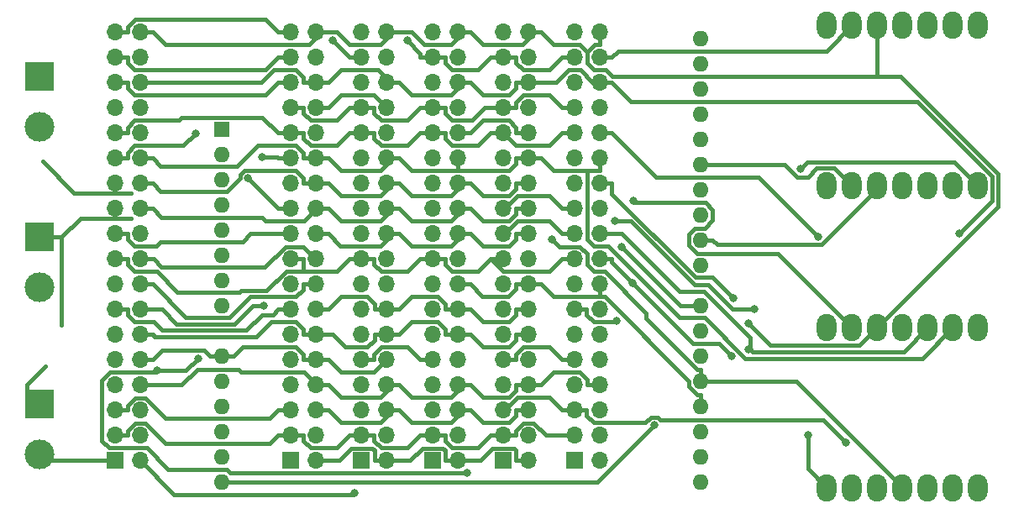
<source format=gbr>
%TF.GenerationSoftware,KiCad,Pcbnew,8.0.0-rc2-358-gd9abaa23a4*%
%TF.CreationDate,2024-02-08T22:48:48+01:00*%
%TF.ProjectId,xDuinoRail-Backplane-Arduino,78447569-6e6f-4526-9169-6c2d4261636b,rev?*%
%TF.SameCoordinates,Original*%
%TF.FileFunction,Copper,L1,Top*%
%TF.FilePolarity,Positive*%
%FSLAX46Y46*%
G04 Gerber Fmt 4.6, Leading zero omitted, Abs format (unit mm)*
G04 Created by KiCad (PCBNEW 8.0.0-rc2-358-gd9abaa23a4) date 2024-02-08 22:48:48*
%MOMM*%
%LPD*%
G01*
G04 APERTURE LIST*
G04 Aperture macros list*
%AMRoundRect*
0 Rectangle with rounded corners*
0 $1 Rounding radius*
0 $2 $3 $4 $5 $6 $7 $8 $9 X,Y pos of 4 corners*
0 Add a 4 corners polygon primitive as box body*
4,1,4,$2,$3,$4,$5,$6,$7,$8,$9,$2,$3,0*
0 Add four circle primitives for the rounded corners*
1,1,$1+$1,$2,$3*
1,1,$1+$1,$4,$5*
1,1,$1+$1,$6,$7*
1,1,$1+$1,$8,$9*
0 Add four rect primitives between the rounded corners*
20,1,$1+$1,$2,$3,$4,$5,0*
20,1,$1+$1,$4,$5,$6,$7,0*
20,1,$1+$1,$6,$7,$8,$9,0*
20,1,$1+$1,$8,$9,$2,$3,0*%
G04 Aperture macros list end*
%TA.AperFunction,ComponentPad*%
%ADD10R,3.000000X3.000000*%
%TD*%
%TA.AperFunction,ComponentPad*%
%ADD11C,3.000000*%
%TD*%
%TA.AperFunction,ComponentPad*%
%ADD12R,1.700000X1.700000*%
%TD*%
%TA.AperFunction,ComponentPad*%
%ADD13O,1.700000X1.700000*%
%TD*%
%TA.AperFunction,ComponentPad*%
%ADD14RoundRect,1.000000X0.000000X0.375000X0.000000X-0.375000X0.000000X-0.375000X0.000000X0.375000X0*%
%TD*%
%TA.AperFunction,ComponentPad*%
%ADD15R,1.600000X1.600000*%
%TD*%
%TA.AperFunction,ComponentPad*%
%ADD16O,1.600000X1.600000*%
%TD*%
%TA.AperFunction,ViaPad*%
%ADD17C,0.800000*%
%TD*%
%TA.AperFunction,Conductor*%
%ADD18C,0.400000*%
%TD*%
G04 APERTURE END LIST*
D10*
%TO.P,J110,1,Pin_1*%
%TO.N,/DCC1*%
X130810000Y-100330000D03*
D11*
%TO.P,J110,2,Pin_2*%
%TO.N,/TRACK1*%
X130810000Y-105410000D03*
%TD*%
D12*
%TO.P,J101,1,Pin_1*%
%TO.N,/TRACK1*%
X138430000Y-106045000D03*
D13*
%TO.P,J101,2,Pin_2*%
%TO.N,/RAILCOM1*%
X140970000Y-106045000D03*
%TO.P,J101,3,Pin_3*%
%TO.N,/TRACK0*%
X138430000Y-103505000D03*
%TO.P,J101,4,Pin_4*%
%TO.N,/RAILCOM0*%
X140970000Y-103505000D03*
%TO.P,J101,5,Pin_5*%
%TO.N,+5V*%
X138430000Y-100965000D03*
%TO.P,J101,6,Pin_6*%
%TO.N,/USB.DP*%
X140970000Y-100965000D03*
%TO.P,J101,7,Pin_7*%
%TO.N,GND*%
X138430000Y-98425000D03*
%TO.P,J101,8,Pin_8*%
%TO.N,/USB.DM*%
X140970000Y-98425000D03*
%TO.P,J101,9,Pin_9*%
%TO.N,VCC*%
X138430000Y-95885000D03*
%TO.P,J101,10,Pin_10*%
%TO.N,/SENSE*%
X140970000Y-95885000D03*
%TO.P,J101,11,Pin_11*%
%TO.N,GND*%
X138430000Y-93345000D03*
%TO.P,J101,12,Pin_12*%
%TO.N,/BRAKE*%
X140970000Y-93345000D03*
%TO.P,J101,13,Pin_13*%
%TO.N,+3V3*%
X138430000Y-90805000D03*
%TO.P,J101,14,Pin_14*%
%TO.N,/DIR*%
X140970000Y-90805000D03*
%TO.P,J101,15,Pin_15*%
%TO.N,GND*%
X138430000Y-88265000D03*
%TO.P,J101,16,Pin_16*%
%TO.N,/PWM*%
X140970000Y-88265000D03*
%TO.P,J101,17,Pin_17*%
%TO.N,/DCC1*%
X138430000Y-85725000D03*
%TO.P,J101,18,Pin_18*%
%TO.N,/RAILCOM*%
X140970000Y-85725000D03*
%TO.P,J101,19,Pin_19*%
%TO.N,/DCC0*%
X138430000Y-83185000D03*
%TO.P,J101,20,Pin_20*%
%TO.N,/DECODER*%
X140970000Y-83185000D03*
%TO.P,J101,21,Pin_21*%
%TO.N,+U*%
X138430000Y-80645000D03*
%TO.P,J101,22,Pin_22*%
%TO.N,/MOTOR0*%
X140970000Y-80645000D03*
%TO.P,J101,23,Pin_23*%
%TO.N,GND*%
X138430000Y-78105000D03*
%TO.P,J101,24,Pin_24*%
%TO.N,/MOTOR1*%
X140970000Y-78105000D03*
%TO.P,J101,25,Pin_25*%
%TO.N,/AMP_MOTOR0*%
X138430000Y-75565000D03*
%TO.P,J101,26,Pin_26*%
%TO.N,/BACK_EMF0*%
X140970000Y-75565000D03*
%TO.P,J101,27,Pin_27*%
%TO.N,/AMP_MOTOR1*%
X138430000Y-73025000D03*
%TO.P,J101,28,Pin_28*%
%TO.N,/BACK_EMF1*%
X140970000Y-73025000D03*
%TO.P,J101,29,Pin_29*%
%TO.N,/AMP_FUNC0_F*%
X138430000Y-70485000D03*
%TO.P,J101,30,Pin_30*%
%TO.N,/FUNC0_F*%
X140970000Y-70485000D03*
%TO.P,J101,31,Pin_31*%
%TO.N,/SPEAKER0*%
X138430000Y-67945000D03*
%TO.P,J101,32,Pin_32*%
%TO.N,/PCM*%
X140970000Y-67945000D03*
%TO.P,J101,33,Pin_33*%
%TO.N,/SPEAKER1*%
X138430000Y-65405000D03*
%TO.P,J101,34,Pin_34*%
%TO.N,/I2C.SCL*%
X140970000Y-65405000D03*
%TO.P,J101,35,Pin_35*%
%TO.N,+U*%
X138430000Y-62865000D03*
%TO.P,J101,36,Pin_36*%
%TO.N,/I2C.SDA*%
X140970000Y-62865000D03*
%TD*%
D14*
%TO.P,U101,1,A0*%
%TO.N,/PCM*%
X225425000Y-92649600D03*
%TO.P,U101,2,A1*%
%TO.N,/BACK_EMF0*%
X222885000Y-92649600D03*
%TO.P,U101,3,A2*%
%TO.N,/DECODER*%
X220345000Y-92649600D03*
%TO.P,U101,4,A3*%
%TO.N,/BACK_EMF1*%
X217805000Y-92649600D03*
%TO.P,U101,5,A4_SDA*%
%TO.N,/I2C.SDA*%
X215265000Y-92649600D03*
%TO.P,U101,6,A5_SCL*%
%TO.N,/I2C.SCL*%
X212725000Y-92649600D03*
%TO.P,U101,7,A6_TX*%
%TO.N,/FUNC0_B*%
X210185000Y-92649600D03*
%TO.P,U101,8,A7_RX*%
%TO.N,/FUNC0_F*%
X210185000Y-108814600D03*
%TO.P,U101,9,A8_SCK*%
%TO.N,/RAILCOM*%
X212725000Y-108814600D03*
%TO.P,U101,10,A9_MISO*%
%TO.N,/MOTOR1*%
X215265000Y-108814600D03*
%TO.P,U101,11,A10_MOSI*%
%TO.N,/MOTOR0*%
X217805000Y-108814600D03*
%TO.P,U101,12,3V3*%
%TO.N,+5V*%
X220345000Y-108814600D03*
%TO.P,U101,13,GND*%
%TO.N,GND*%
X222885000Y-108814600D03*
%TO.P,U101,14,5V*%
%TO.N,+3V3*%
X225425000Y-108814600D03*
%TD*%
D12*
%TO.P,J106,1,Pin_1*%
%TO.N,/TRACK1*%
X156133300Y-106045000D03*
D13*
%TO.P,J106,2,Pin_2*%
%TO.N,/RAILCOM1*%
X158673300Y-106045000D03*
%TO.P,J106,3,Pin_3*%
%TO.N,/TRACK0*%
X156133300Y-103505000D03*
%TO.P,J106,4,Pin_4*%
%TO.N,/RAILCOM0*%
X158673300Y-103505000D03*
%TO.P,J106,5,Pin_5*%
%TO.N,+5V*%
X156133300Y-100965000D03*
%TO.P,J106,6,Pin_6*%
%TO.N,/USB.DP*%
X158673300Y-100965000D03*
%TO.P,J106,7,Pin_7*%
%TO.N,GND*%
X156133300Y-98425000D03*
%TO.P,J106,8,Pin_8*%
%TO.N,/USB.DM*%
X158673300Y-98425000D03*
%TO.P,J106,9,Pin_9*%
%TO.N,VCC*%
X156133300Y-95885000D03*
%TO.P,J106,10,Pin_10*%
%TO.N,/SENSE*%
X158673300Y-95885000D03*
%TO.P,J106,11,Pin_11*%
%TO.N,GND*%
X156133300Y-93345000D03*
%TO.P,J106,12,Pin_12*%
%TO.N,/BRAKE*%
X158673300Y-93345000D03*
%TO.P,J106,13,Pin_13*%
%TO.N,+3V3*%
X156133300Y-90805000D03*
%TO.P,J106,14,Pin_14*%
%TO.N,/DIR*%
X158673300Y-90805000D03*
%TO.P,J106,15,Pin_15*%
%TO.N,GND*%
X156133300Y-88265000D03*
%TO.P,J106,16,Pin_16*%
%TO.N,/PWM*%
X158673300Y-88265000D03*
%TO.P,J106,17,Pin_17*%
%TO.N,/DCC1*%
X156133300Y-85725000D03*
%TO.P,J106,18,Pin_18*%
%TO.N,/RAILCOM*%
X158673300Y-85725000D03*
%TO.P,J106,19,Pin_19*%
%TO.N,/DCC0*%
X156133300Y-83185000D03*
%TO.P,J106,20,Pin_20*%
%TO.N,/DECODER*%
X158673300Y-83185000D03*
%TO.P,J106,21,Pin_21*%
%TO.N,+U*%
X156133300Y-80645000D03*
%TO.P,J106,22,Pin_22*%
%TO.N,/MOTOR0*%
X158673300Y-80645000D03*
%TO.P,J106,23,Pin_23*%
%TO.N,GND*%
X156133300Y-78105000D03*
%TO.P,J106,24,Pin_24*%
%TO.N,/MOTOR1*%
X158673300Y-78105000D03*
%TO.P,J106,25,Pin_25*%
%TO.N,/AMP_MOTOR0*%
X156133300Y-75565000D03*
%TO.P,J106,26,Pin_26*%
%TO.N,/BACK_EMF0*%
X158673300Y-75565000D03*
%TO.P,J106,27,Pin_27*%
%TO.N,/AMP_MOTOR1*%
X156133300Y-73025000D03*
%TO.P,J106,28,Pin_28*%
%TO.N,/BACK_EMF1*%
X158673300Y-73025000D03*
%TO.P,J106,29,Pin_29*%
%TO.N,/AMP_FUNC0_F*%
X156133300Y-70485000D03*
%TO.P,J106,30,Pin_30*%
%TO.N,/FUNC0_F*%
X158673300Y-70485000D03*
%TO.P,J106,31,Pin_31*%
%TO.N,/SPEAKER0*%
X156133300Y-67945000D03*
%TO.P,J106,32,Pin_32*%
%TO.N,/PCM*%
X158673300Y-67945000D03*
%TO.P,J106,33,Pin_33*%
%TO.N,/SPEAKER1*%
X156133300Y-65405000D03*
%TO.P,J106,34,Pin_34*%
%TO.N,/I2C.SCL*%
X158673300Y-65405000D03*
%TO.P,J106,35,Pin_35*%
%TO.N,+U*%
X156133300Y-62865000D03*
%TO.P,J106,36,Pin_36*%
%TO.N,/I2C.SDA*%
X158673300Y-62865000D03*
%TD*%
D12*
%TO.P,J105,1,Pin_1*%
%TO.N,/TRACK1*%
X163283300Y-106045000D03*
D13*
%TO.P,J105,2,Pin_2*%
%TO.N,/RAILCOM1*%
X165823300Y-106045000D03*
%TO.P,J105,3,Pin_3*%
%TO.N,/TRACK0*%
X163283300Y-103505000D03*
%TO.P,J105,4,Pin_4*%
%TO.N,/RAILCOM0*%
X165823300Y-103505000D03*
%TO.P,J105,5,Pin_5*%
%TO.N,+5V*%
X163283300Y-100965000D03*
%TO.P,J105,6,Pin_6*%
%TO.N,/USB.DP*%
X165823300Y-100965000D03*
%TO.P,J105,7,Pin_7*%
%TO.N,GND*%
X163283300Y-98425000D03*
%TO.P,J105,8,Pin_8*%
%TO.N,/USB.DM*%
X165823300Y-98425000D03*
%TO.P,J105,9,Pin_9*%
%TO.N,VCC*%
X163283300Y-95885000D03*
%TO.P,J105,10,Pin_10*%
%TO.N,/SENSE*%
X165823300Y-95885000D03*
%TO.P,J105,11,Pin_11*%
%TO.N,GND*%
X163283300Y-93345000D03*
%TO.P,J105,12,Pin_12*%
%TO.N,/BRAKE*%
X165823300Y-93345000D03*
%TO.P,J105,13,Pin_13*%
%TO.N,+3V3*%
X163283300Y-90805000D03*
%TO.P,J105,14,Pin_14*%
%TO.N,/DIR*%
X165823300Y-90805000D03*
%TO.P,J105,15,Pin_15*%
%TO.N,GND*%
X163283300Y-88265000D03*
%TO.P,J105,16,Pin_16*%
%TO.N,/PWM*%
X165823300Y-88265000D03*
%TO.P,J105,17,Pin_17*%
%TO.N,/DCC1*%
X163283300Y-85725000D03*
%TO.P,J105,18,Pin_18*%
%TO.N,/RAILCOM*%
X165823300Y-85725000D03*
%TO.P,J105,19,Pin_19*%
%TO.N,/DCC0*%
X163283300Y-83185000D03*
%TO.P,J105,20,Pin_20*%
%TO.N,/DECODER*%
X165823300Y-83185000D03*
%TO.P,J105,21,Pin_21*%
%TO.N,+U*%
X163283300Y-80645000D03*
%TO.P,J105,22,Pin_22*%
%TO.N,/MOTOR0*%
X165823300Y-80645000D03*
%TO.P,J105,23,Pin_23*%
%TO.N,GND*%
X163283300Y-78105000D03*
%TO.P,J105,24,Pin_24*%
%TO.N,/MOTOR1*%
X165823300Y-78105000D03*
%TO.P,J105,25,Pin_25*%
%TO.N,/AMP_MOTOR0*%
X163283300Y-75565000D03*
%TO.P,J105,26,Pin_26*%
%TO.N,/BACK_EMF0*%
X165823300Y-75565000D03*
%TO.P,J105,27,Pin_27*%
%TO.N,/AMP_MOTOR1*%
X163283300Y-73025000D03*
%TO.P,J105,28,Pin_28*%
%TO.N,/BACK_EMF1*%
X165823300Y-73025000D03*
%TO.P,J105,29,Pin_29*%
%TO.N,/AMP_FUNC0_F*%
X163283300Y-70485000D03*
%TO.P,J105,30,Pin_30*%
%TO.N,/FUNC0_F*%
X165823300Y-70485000D03*
%TO.P,J105,31,Pin_31*%
%TO.N,/SPEAKER0*%
X163283300Y-67945000D03*
%TO.P,J105,32,Pin_32*%
%TO.N,/PCM*%
X165823300Y-67945000D03*
%TO.P,J105,33,Pin_33*%
%TO.N,/SPEAKER1*%
X163283300Y-65405000D03*
%TO.P,J105,34,Pin_34*%
%TO.N,/I2C.SCL*%
X165823300Y-65405000D03*
%TO.P,J105,35,Pin_35*%
%TO.N,+U*%
X163283300Y-62865000D03*
%TO.P,J105,36,Pin_36*%
%TO.N,/I2C.SDA*%
X165823300Y-62865000D03*
%TD*%
D10*
%TO.P,J108,1,Pin_1*%
%TO.N,/DCC1*%
X130810000Y-67310000D03*
D11*
%TO.P,J108,2,Pin_2*%
%TO.N,/DCC0*%
X130810000Y-72390000D03*
%TD*%
D12*
%TO.P,J104,1,Pin_1*%
%TO.N,/TRACK1*%
X170433300Y-106045000D03*
D13*
%TO.P,J104,2,Pin_2*%
%TO.N,/RAILCOM1*%
X172973300Y-106045000D03*
%TO.P,J104,3,Pin_3*%
%TO.N,/TRACK0*%
X170433300Y-103505000D03*
%TO.P,J104,4,Pin_4*%
%TO.N,/RAILCOM0*%
X172973300Y-103505000D03*
%TO.P,J104,5,Pin_5*%
%TO.N,+5V*%
X170433300Y-100965000D03*
%TO.P,J104,6,Pin_6*%
%TO.N,/USB.DP*%
X172973300Y-100965000D03*
%TO.P,J104,7,Pin_7*%
%TO.N,GND*%
X170433300Y-98425000D03*
%TO.P,J104,8,Pin_8*%
%TO.N,/USB.DM*%
X172973300Y-98425000D03*
%TO.P,J104,9,Pin_9*%
%TO.N,VCC*%
X170433300Y-95885000D03*
%TO.P,J104,10,Pin_10*%
%TO.N,/SENSE*%
X172973300Y-95885000D03*
%TO.P,J104,11,Pin_11*%
%TO.N,GND*%
X170433300Y-93345000D03*
%TO.P,J104,12,Pin_12*%
%TO.N,/BRAKE*%
X172973300Y-93345000D03*
%TO.P,J104,13,Pin_13*%
%TO.N,+3V3*%
X170433300Y-90805000D03*
%TO.P,J104,14,Pin_14*%
%TO.N,/DIR*%
X172973300Y-90805000D03*
%TO.P,J104,15,Pin_15*%
%TO.N,GND*%
X170433300Y-88265000D03*
%TO.P,J104,16,Pin_16*%
%TO.N,/PWM*%
X172973300Y-88265000D03*
%TO.P,J104,17,Pin_17*%
%TO.N,/DCC1*%
X170433300Y-85725000D03*
%TO.P,J104,18,Pin_18*%
%TO.N,/RAILCOM*%
X172973300Y-85725000D03*
%TO.P,J104,19,Pin_19*%
%TO.N,/DCC0*%
X170433300Y-83185000D03*
%TO.P,J104,20,Pin_20*%
%TO.N,/DECODER*%
X172973300Y-83185000D03*
%TO.P,J104,21,Pin_21*%
%TO.N,+U*%
X170433300Y-80645000D03*
%TO.P,J104,22,Pin_22*%
%TO.N,/MOTOR0*%
X172973300Y-80645000D03*
%TO.P,J104,23,Pin_23*%
%TO.N,GND*%
X170433300Y-78105000D03*
%TO.P,J104,24,Pin_24*%
%TO.N,/MOTOR1*%
X172973300Y-78105000D03*
%TO.P,J104,25,Pin_25*%
%TO.N,/AMP_MOTOR0*%
X170433300Y-75565000D03*
%TO.P,J104,26,Pin_26*%
%TO.N,/BACK_EMF0*%
X172973300Y-75565000D03*
%TO.P,J104,27,Pin_27*%
%TO.N,/AMP_MOTOR1*%
X170433300Y-73025000D03*
%TO.P,J104,28,Pin_28*%
%TO.N,/BACK_EMF1*%
X172973300Y-73025000D03*
%TO.P,J104,29,Pin_29*%
%TO.N,/AMP_FUNC0_F*%
X170433300Y-70485000D03*
%TO.P,J104,30,Pin_30*%
%TO.N,/FUNC0_F*%
X172973300Y-70485000D03*
%TO.P,J104,31,Pin_31*%
%TO.N,/SPEAKER0*%
X170433300Y-67945000D03*
%TO.P,J104,32,Pin_32*%
%TO.N,/PCM*%
X172973300Y-67945000D03*
%TO.P,J104,33,Pin_33*%
%TO.N,/SPEAKER1*%
X170433300Y-65405000D03*
%TO.P,J104,34,Pin_34*%
%TO.N,/I2C.SCL*%
X172973300Y-65405000D03*
%TO.P,J104,35,Pin_35*%
%TO.N,+U*%
X170433300Y-62865000D03*
%TO.P,J104,36,Pin_36*%
%TO.N,/I2C.SDA*%
X172973300Y-62865000D03*
%TD*%
D12*
%TO.P,J102,1,Pin_1*%
%TO.N,/TRACK1*%
X184733300Y-106045000D03*
D13*
%TO.P,J102,2,Pin_2*%
%TO.N,/RAILCOM1*%
X187273300Y-106045000D03*
%TO.P,J102,3,Pin_3*%
%TO.N,/TRACK0*%
X184733300Y-103505000D03*
%TO.P,J102,4,Pin_4*%
%TO.N,/RAILCOM0*%
X187273300Y-103505000D03*
%TO.P,J102,5,Pin_5*%
%TO.N,+5V*%
X184733300Y-100965000D03*
%TO.P,J102,6,Pin_6*%
%TO.N,/USB.DP*%
X187273300Y-100965000D03*
%TO.P,J102,7,Pin_7*%
%TO.N,GND*%
X184733300Y-98425000D03*
%TO.P,J102,8,Pin_8*%
%TO.N,/USB.DM*%
X187273300Y-98425000D03*
%TO.P,J102,9,Pin_9*%
%TO.N,VCC*%
X184733300Y-95885000D03*
%TO.P,J102,10,Pin_10*%
%TO.N,/SENSE*%
X187273300Y-95885000D03*
%TO.P,J102,11,Pin_11*%
%TO.N,GND*%
X184733300Y-93345000D03*
%TO.P,J102,12,Pin_12*%
%TO.N,/BRAKE*%
X187273300Y-93345000D03*
%TO.P,J102,13,Pin_13*%
%TO.N,+3V3*%
X184733300Y-90805000D03*
%TO.P,J102,14,Pin_14*%
%TO.N,/DIR*%
X187273300Y-90805000D03*
%TO.P,J102,15,Pin_15*%
%TO.N,GND*%
X184733300Y-88265000D03*
%TO.P,J102,16,Pin_16*%
%TO.N,/PWM*%
X187273300Y-88265000D03*
%TO.P,J102,17,Pin_17*%
%TO.N,/DCC1*%
X184733300Y-85725000D03*
%TO.P,J102,18,Pin_18*%
%TO.N,/RAILCOM*%
X187273300Y-85725000D03*
%TO.P,J102,19,Pin_19*%
%TO.N,/DCC0*%
X184733300Y-83185000D03*
%TO.P,J102,20,Pin_20*%
%TO.N,/DECODER*%
X187273300Y-83185000D03*
%TO.P,J102,21,Pin_21*%
%TO.N,+U*%
X184733300Y-80645000D03*
%TO.P,J102,22,Pin_22*%
%TO.N,/MOTOR0*%
X187273300Y-80645000D03*
%TO.P,J102,23,Pin_23*%
%TO.N,GND*%
X184733300Y-78105000D03*
%TO.P,J102,24,Pin_24*%
%TO.N,/MOTOR1*%
X187273300Y-78105000D03*
%TO.P,J102,25,Pin_25*%
%TO.N,/AMP_MOTOR0*%
X184733300Y-75565000D03*
%TO.P,J102,26,Pin_26*%
%TO.N,/BACK_EMF0*%
X187273300Y-75565000D03*
%TO.P,J102,27,Pin_27*%
%TO.N,/AMP_MOTOR1*%
X184733300Y-73025000D03*
%TO.P,J102,28,Pin_28*%
%TO.N,/BACK_EMF1*%
X187273300Y-73025000D03*
%TO.P,J102,29,Pin_29*%
%TO.N,/AMP_FUNC0_F*%
X184733300Y-70485000D03*
%TO.P,J102,30,Pin_30*%
%TO.N,/FUNC0_F*%
X187273300Y-70485000D03*
%TO.P,J102,31,Pin_31*%
%TO.N,/SPEAKER0*%
X184733300Y-67945000D03*
%TO.P,J102,32,Pin_32*%
%TO.N,/PCM*%
X187273300Y-67945000D03*
%TO.P,J102,33,Pin_33*%
%TO.N,/SPEAKER1*%
X184733300Y-65405000D03*
%TO.P,J102,34,Pin_34*%
%TO.N,/I2C.SCL*%
X187273300Y-65405000D03*
%TO.P,J102,35,Pin_35*%
%TO.N,+U*%
X184733300Y-62865000D03*
%TO.P,J102,36,Pin_36*%
%TO.N,/I2C.SDA*%
X187273300Y-62865000D03*
%TD*%
D12*
%TO.P,J103,1,Pin_1*%
%TO.N,/TRACK1*%
X177583300Y-106045000D03*
D13*
%TO.P,J103,2,Pin_2*%
%TO.N,/RAILCOM1*%
X180123300Y-106045000D03*
%TO.P,J103,3,Pin_3*%
%TO.N,/TRACK0*%
X177583300Y-103505000D03*
%TO.P,J103,4,Pin_4*%
%TO.N,/RAILCOM0*%
X180123300Y-103505000D03*
%TO.P,J103,5,Pin_5*%
%TO.N,+5V*%
X177583300Y-100965000D03*
%TO.P,J103,6,Pin_6*%
%TO.N,/USB.DP*%
X180123300Y-100965000D03*
%TO.P,J103,7,Pin_7*%
%TO.N,GND*%
X177583300Y-98425000D03*
%TO.P,J103,8,Pin_8*%
%TO.N,/USB.DM*%
X180123300Y-98425000D03*
%TO.P,J103,9,Pin_9*%
%TO.N,VCC*%
X177583300Y-95885000D03*
%TO.P,J103,10,Pin_10*%
%TO.N,/SENSE*%
X180123300Y-95885000D03*
%TO.P,J103,11,Pin_11*%
%TO.N,GND*%
X177583300Y-93345000D03*
%TO.P,J103,12,Pin_12*%
%TO.N,/BRAKE*%
X180123300Y-93345000D03*
%TO.P,J103,13,Pin_13*%
%TO.N,+3V3*%
X177583300Y-90805000D03*
%TO.P,J103,14,Pin_14*%
%TO.N,/DIR*%
X180123300Y-90805000D03*
%TO.P,J103,15,Pin_15*%
%TO.N,GND*%
X177583300Y-88265000D03*
%TO.P,J103,16,Pin_16*%
%TO.N,/PWM*%
X180123300Y-88265000D03*
%TO.P,J103,17,Pin_17*%
%TO.N,/DCC1*%
X177583300Y-85725000D03*
%TO.P,J103,18,Pin_18*%
%TO.N,/RAILCOM*%
X180123300Y-85725000D03*
%TO.P,J103,19,Pin_19*%
%TO.N,/DCC0*%
X177583300Y-83185000D03*
%TO.P,J103,20,Pin_20*%
%TO.N,/DECODER*%
X180123300Y-83185000D03*
%TO.P,J103,21,Pin_21*%
%TO.N,+U*%
X177583300Y-80645000D03*
%TO.P,J103,22,Pin_22*%
%TO.N,/MOTOR0*%
X180123300Y-80645000D03*
%TO.P,J103,23,Pin_23*%
%TO.N,GND*%
X177583300Y-78105000D03*
%TO.P,J103,24,Pin_24*%
%TO.N,/MOTOR1*%
X180123300Y-78105000D03*
%TO.P,J103,25,Pin_25*%
%TO.N,/AMP_MOTOR0*%
X177583300Y-75565000D03*
%TO.P,J103,26,Pin_26*%
%TO.N,/BACK_EMF0*%
X180123300Y-75565000D03*
%TO.P,J103,27,Pin_27*%
%TO.N,/AMP_MOTOR1*%
X177583300Y-73025000D03*
%TO.P,J103,28,Pin_28*%
%TO.N,/BACK_EMF1*%
X180123300Y-73025000D03*
%TO.P,J103,29,Pin_29*%
%TO.N,/AMP_FUNC0_F*%
X177583300Y-70485000D03*
%TO.P,J103,30,Pin_30*%
%TO.N,/FUNC0_F*%
X180123300Y-70485000D03*
%TO.P,J103,31,Pin_31*%
%TO.N,/SPEAKER0*%
X177583300Y-67945000D03*
%TO.P,J103,32,Pin_32*%
%TO.N,/PCM*%
X180123300Y-67945000D03*
%TO.P,J103,33,Pin_33*%
%TO.N,/SPEAKER1*%
X177583300Y-65405000D03*
%TO.P,J103,34,Pin_34*%
%TO.N,/I2C.SCL*%
X180123300Y-65405000D03*
%TO.P,J103,35,Pin_35*%
%TO.N,+U*%
X177583300Y-62865000D03*
%TO.P,J103,36,Pin_36*%
%TO.N,/I2C.SDA*%
X180123300Y-62865000D03*
%TD*%
D14*
%TO.P,U102,1,A0*%
%TO.N,unconnected-(U102-A0-Pad1)*%
X225425000Y-62169600D03*
%TO.P,U102,2,A1*%
%TO.N,/SENSE*%
X222885000Y-62169600D03*
%TO.P,U102,3,A2*%
%TO.N,unconnected-(U102-A2-Pad3)*%
X220345000Y-62169600D03*
%TO.P,U102,4,A3*%
%TO.N,/PWM*%
X217805000Y-62169600D03*
%TO.P,U102,5,A4_SDA*%
%TO.N,/I2C.SDA*%
X215265000Y-62169600D03*
%TO.P,U102,6,A5_SCL*%
%TO.N,/I2C.SCL*%
X212725000Y-62169600D03*
%TO.P,U102,7,A6_TX*%
%TO.N,/RAILCOM0*%
X210185000Y-62169600D03*
%TO.P,U102,8,A7_RX*%
%TO.N,/RAILCOM1*%
X210185000Y-78334600D03*
%TO.P,U102,9,A8_SCK*%
%TO.N,/DIR*%
X212725000Y-78334600D03*
%TO.P,U102,10,A9_MISO*%
%TO.N,/BRAKE*%
X215265000Y-78334600D03*
%TO.P,U102,11,A10_MOSI*%
%TO.N,unconnected-(U102-A10_MOSI-Pad11)*%
X217805000Y-78334600D03*
%TO.P,U102,12,3V3*%
%TO.N,+5V*%
X220345000Y-78334600D03*
%TO.P,U102,13,GND*%
%TO.N,GND*%
X222885000Y-78334600D03*
%TO.P,U102,14,5V*%
%TO.N,+3V3*%
X225425000Y-78334600D03*
%TD*%
D10*
%TO.P,J109,1,Pin_1*%
%TO.N,/DCC1*%
X130810000Y-83502500D03*
D11*
%TO.P,J109,2,Pin_2*%
%TO.N,/TRACK0*%
X130810000Y-88582500D03*
%TD*%
D15*
%TO.P,A101,1,NC*%
%TO.N,unconnected-(A101-NC-Pad1)*%
X149225000Y-72640000D03*
D16*
%TO.P,A101,2,IOREF*%
%TO.N,unconnected-(A101-IOREF-Pad2)*%
X149225000Y-75180000D03*
%TO.P,A101,3,~{RESET}*%
%TO.N,unconnected-(A101-~{RESET}-Pad3)*%
X149225000Y-77720000D03*
%TO.P,A101,4,3V3*%
%TO.N,+3V3*%
X149225000Y-80260000D03*
%TO.P,A101,5,+5V*%
%TO.N,+5V*%
X149225000Y-82800000D03*
%TO.P,A101,6,GND*%
%TO.N,GND*%
X149225000Y-85340000D03*
%TO.P,A101,7,GND*%
X149225000Y-87880000D03*
%TO.P,A101,8,VIN*%
%TO.N,VCC*%
X149225000Y-90420000D03*
%TO.P,A101,9,A0*%
%TO.N,/SENSE*%
X149225000Y-95500000D03*
%TO.P,A101,10,A1*%
%TO.N,/BACK_EMF0*%
X149225000Y-98040000D03*
%TO.P,A101,11,A2*%
%TO.N,/BACK_EMF1*%
X149225000Y-100580000D03*
%TO.P,A101,12,A3*%
%TO.N,/DECODER*%
X149225000Y-103120000D03*
%TO.P,A101,13,SDA/A4*%
%TO.N,/I2C.SCL*%
X149225000Y-105660000D03*
%TO.P,A101,14,SCL/A5*%
%TO.N,/I2C.SDA*%
X149225000Y-108200000D03*
%TO.P,A101,15,D0/RX*%
%TO.N,unconnected-(A101-D0{slash}RX-Pad15)*%
X197485000Y-108200000D03*
%TO.P,A101,16,D1/TX*%
%TO.N,unconnected-(A101-D1{slash}TX-Pad16)*%
X197485000Y-105660000D03*
%TO.P,A101,17,D2*%
%TO.N,unconnected-(A101-D2-Pad17)*%
X197485000Y-103120000D03*
%TO.P,A101,18,D3*%
%TO.N,/PWM*%
X197485000Y-100580000D03*
%TO.P,A101,19,D4*%
%TO.N,/MOTOR0*%
X197485000Y-98040000D03*
%TO.P,A101,20,D5*%
%TO.N,/MOTOR1*%
X197485000Y-95500000D03*
%TO.P,A101,21,D6*%
%TO.N,/RAILCOM1*%
X197485000Y-92960000D03*
%TO.P,A101,22,D7*%
%TO.N,/RAILCOM0*%
X197485000Y-90420000D03*
%TO.P,A101,23,D8*%
%TO.N,unconnected-(A101-D8-Pad23)*%
X197485000Y-86360000D03*
%TO.P,A101,24,D9*%
%TO.N,/BRAKE*%
X197485000Y-83820000D03*
%TO.P,A101,25,D10*%
%TO.N,/RAILCOM*%
X197485000Y-81280000D03*
%TO.P,A101,26,D11*%
%TO.N,unconnected-(A101-D11-Pad26)*%
X197485000Y-78740000D03*
%TO.P,A101,27,D12*%
%TO.N,/DIR*%
X197485000Y-76200000D03*
%TO.P,A101,28,D13*%
%TO.N,unconnected-(A101-D13-Pad28)*%
X197485000Y-73660000D03*
%TO.P,A101,29,GND*%
%TO.N,GND*%
X197485000Y-71120000D03*
%TO.P,A101,30,AREF*%
%TO.N,unconnected-(A101-AREF-Pad30)*%
X197485000Y-68580000D03*
%TO.P,A101,31,SDA/A4*%
%TO.N,unconnected-(A101-SDA{slash}A4-Pad31)*%
X197485000Y-66040000D03*
%TO.P,A101,32,SCL/A5*%
%TO.N,unconnected-(A101-SCL{slash}A5-Pad32)*%
X197485000Y-63500000D03*
%TD*%
D17*
%TO.N,/MOTOR1*%
X200739000Y-89679000D03*
%TO.N,/DIR*%
X153427000Y-90451700D03*
%TO.N,/I2C.SDA*%
X192805000Y-102475800D03*
X202274000Y-92247100D03*
%TO.N,/RAILCOM0*%
X189523200Y-84537400D03*
%TO.N,/RAILCOM*%
X200585600Y-95465700D03*
X190618200Y-88146800D03*
%TO.N,/MOTOR0*%
X182507600Y-83717000D03*
%TO.N,/DECODER*%
X202329600Y-94871700D03*
X142687400Y-96972200D03*
X146815400Y-95742900D03*
X173929100Y-107297600D03*
%TO.N,/I2C.SCL*%
X190730300Y-79871000D03*
%TO.N,/RAILCOM1*%
X162544800Y-109323500D03*
%TO.N,/BACK_EMF1*%
X209348800Y-83472900D03*
%TO.N,+U*%
X151855100Y-77580700D03*
%TO.N,/FUNC0_F*%
X202848100Y-90733100D03*
X188861400Y-81915000D03*
X208258800Y-103492900D03*
%TO.N,/AMP_MOTOR0*%
X146558200Y-73033400D03*
X153271100Y-75465300D03*
%TO.N,/SPEAKER1*%
X167885100Y-63709700D03*
X160336900Y-63710600D03*
%TO.N,/PCM*%
X223501700Y-83187800D03*
%TO.N,+5V*%
X212112800Y-104188200D03*
%TO.N,+3V3*%
X189024400Y-91966200D03*
X207540700Y-76654600D03*
%TD*%
D18*
%TO.N,/MOTOR1*%
X172329200Y-79375000D02*
X168345000Y-79375000D01*
X178871600Y-78105000D02*
X178871600Y-78652600D01*
X188525000Y-79135100D02*
X188525000Y-78105000D01*
X157421600Y-77586300D02*
X157421600Y-78105000D01*
X166449200Y-78105000D02*
X167075000Y-78105000D01*
X172973300Y-78105000D02*
X173599200Y-78105000D01*
X151053400Y-77248800D02*
X151523200Y-76779000D01*
X161195000Y-79375000D02*
X159925000Y-78105000D01*
X152988700Y-76779000D02*
X153044700Y-76835000D01*
X165823300Y-78105000D02*
X166449200Y-78105000D01*
X158673300Y-78105000D02*
X159925000Y-78105000D01*
X175495000Y-79375000D02*
X174225000Y-78105000D01*
X143038400Y-78921700D02*
X149722800Y-78921700D01*
X173599200Y-78105000D02*
X174225000Y-78105000D01*
X142221700Y-78105000D02*
X143038400Y-78921700D01*
X173599200Y-78105000D02*
X172329200Y-79375000D01*
X158673300Y-78105000D02*
X157421600Y-78105000D01*
X198621700Y-87561700D02*
X196951600Y-87561700D01*
X187273300Y-78105000D02*
X188525000Y-78105000D01*
X178149200Y-79375000D02*
X175495000Y-79375000D01*
X168345000Y-79375000D02*
X167075000Y-78105000D01*
X165179200Y-79375000D02*
X161195000Y-79375000D01*
X151523200Y-76779000D02*
X152988700Y-76779000D01*
X180123300Y-78105000D02*
X178871600Y-78105000D01*
X156670300Y-76835000D02*
X157421600Y-77586300D01*
X200739000Y-89679000D02*
X198621700Y-87561700D01*
X178871600Y-78652600D02*
X178149200Y-79375000D01*
X151053400Y-77591100D02*
X151053400Y-77248800D01*
X153044700Y-76835000D02*
X156670300Y-76835000D01*
X166449200Y-78105000D02*
X165179200Y-79375000D01*
X149722800Y-78921700D02*
X151053400Y-77591100D01*
X196951600Y-87561700D02*
X188525000Y-79135100D01*
X140970000Y-78105000D02*
X142221700Y-78105000D01*
%TO.N,/DIR*%
X172973300Y-90805000D02*
X174225000Y-90805000D01*
X144670100Y-92251200D02*
X143223900Y-90805000D01*
X197485000Y-76200000D02*
X205890500Y-76200000D01*
X205890500Y-76200000D02*
X207166900Y-77476400D01*
X150504500Y-92251200D02*
X144670100Y-92251200D01*
X178871600Y-90805000D02*
X178871600Y-91352600D01*
X168345000Y-89535000D02*
X167075000Y-90805000D01*
X208266300Y-77476400D02*
X209188600Y-76554100D01*
X153427000Y-90451700D02*
X152304000Y-90451700D01*
X165823300Y-90805000D02*
X164571600Y-90805000D01*
X180123300Y-90805000D02*
X178871600Y-90805000D01*
X158673300Y-90805000D02*
X159925000Y-90805000D01*
X143223900Y-90805000D02*
X140970000Y-90805000D01*
X164571600Y-90257400D02*
X163849200Y-89535000D01*
X161195000Y-89535000D02*
X159925000Y-90805000D01*
X207166900Y-77476400D02*
X208266300Y-77476400D01*
X178149200Y-92075000D02*
X175495000Y-92075000D01*
X175495000Y-92075000D02*
X174225000Y-90805000D01*
X166449200Y-90805000D02*
X167075000Y-90805000D01*
X170999200Y-89535000D02*
X168345000Y-89535000D01*
X172973300Y-90805000D02*
X171721600Y-90805000D01*
X178871600Y-91352600D02*
X178149200Y-92075000D01*
X171721600Y-90805000D02*
X171721600Y-90257400D01*
X166449200Y-90805000D02*
X165823300Y-90805000D01*
X210944500Y-76554100D02*
X212725000Y-78334600D01*
X163849200Y-89535000D02*
X161195000Y-89535000D01*
X209188600Y-76554100D02*
X210944500Y-76554100D01*
X164571600Y-90805000D02*
X164571600Y-90257400D01*
X171721600Y-90257400D02*
X170999200Y-89535000D01*
X152304000Y-90451700D02*
X150504500Y-92251200D01*
%TO.N,/BRAKE*%
X168345000Y-92075000D02*
X170970300Y-92075000D01*
X165197500Y-93345000D02*
X165823300Y-93345000D01*
X140970000Y-93345000D02*
X142221700Y-93345000D01*
X142221700Y-93345000D02*
X142406500Y-93529800D01*
X197485000Y-83820000D02*
X198686700Y-83820000D01*
X199141300Y-84274600D02*
X209680800Y-84274600D01*
X215265000Y-78690400D02*
X215265000Y-78334600D01*
X178148600Y-94615000D02*
X175495000Y-94615000D01*
X152716300Y-93529800D02*
X154171100Y-92075000D01*
X172973300Y-93345000D02*
X174225000Y-93345000D01*
X170970300Y-92075000D02*
X171721600Y-92826300D01*
X164571600Y-93899000D02*
X163855600Y-94615000D01*
X180123300Y-93345000D02*
X178871600Y-93345000D01*
X161616200Y-94615000D02*
X160346200Y-93345000D01*
X154171100Y-92075000D02*
X156670300Y-92075000D01*
X167075000Y-93345000D02*
X168345000Y-92075000D01*
X156670300Y-92075000D02*
X157421600Y-92826300D01*
X164571600Y-93345000D02*
X164571600Y-93899000D01*
X160346200Y-93345000D02*
X159925000Y-93345000D01*
X209680800Y-84274600D02*
X215265000Y-78690400D01*
X157421600Y-92826300D02*
X157421600Y-93345000D01*
X165823300Y-93345000D02*
X167075000Y-93345000D01*
X163855600Y-94615000D02*
X161616200Y-94615000D01*
X171721600Y-92826300D02*
X171721600Y-93345000D01*
X158673300Y-93345000D02*
X157421600Y-93345000D01*
X178871600Y-93892000D02*
X178148600Y-94615000D01*
X198686700Y-83820000D02*
X199141300Y-84274600D01*
X158673300Y-93345000D02*
X159925000Y-93345000D01*
X165197500Y-93345000D02*
X164571600Y-93345000D01*
X142406500Y-93529800D02*
X152716300Y-93529800D01*
X178871600Y-93345000D02*
X178871600Y-93892000D01*
X172973300Y-93345000D02*
X171721600Y-93345000D01*
X175495000Y-94615000D02*
X174225000Y-93345000D01*
%TO.N,/PWM*%
X178871600Y-88265000D02*
X178871600Y-88746900D01*
X152050600Y-89535000D02*
X149963800Y-91621800D01*
X187253500Y-89535000D02*
X182645000Y-89535000D01*
X156670300Y-89535000D02*
X152050600Y-89535000D01*
X178101800Y-89516700D02*
X175476700Y-89516700D01*
X158673300Y-88265000D02*
X157421600Y-88265000D01*
X149963800Y-91621800D02*
X145578500Y-91621800D01*
X197485000Y-100580000D02*
X197485000Y-99378300D01*
X197109400Y-99378300D02*
X196283300Y-98552200D01*
X182645000Y-89535000D02*
X181375000Y-88265000D01*
X140970000Y-88265000D02*
X142221700Y-88265000D01*
X187273300Y-89365800D02*
X187273300Y-89515200D01*
X180123300Y-88265000D02*
X181375000Y-88265000D01*
X145578500Y-91621800D02*
X142221700Y-88265000D01*
X187273300Y-89515200D02*
X187253500Y-89535000D01*
X196283300Y-98015000D02*
X187783500Y-89515200D01*
X197485000Y-99378300D02*
X197109400Y-99378300D01*
X157421600Y-88265000D02*
X157421600Y-88783700D01*
X175476700Y-89516700D02*
X174225000Y-88265000D01*
X180123300Y-88265000D02*
X178871600Y-88265000D01*
X187783500Y-89515200D02*
X187273300Y-89515200D01*
X157421600Y-88783700D02*
X156670300Y-89535000D01*
X187273300Y-88265000D02*
X187273300Y-89365800D01*
X178871600Y-88746900D02*
X178101800Y-89516700D01*
X172973300Y-88265000D02*
X174225000Y-88265000D01*
X196283300Y-98552200D02*
X196283300Y-98015000D01*
%TO.N,/I2C.SDA*%
X173599200Y-62865000D02*
X174225000Y-62865000D01*
X169612900Y-64135000D02*
X168342900Y-62865000D01*
X158673300Y-62865000D02*
X159299200Y-62865000D01*
X168342900Y-62865000D02*
X167075000Y-62865000D01*
X204475900Y-94449000D02*
X202274000Y-92247100D01*
X165823300Y-62865000D02*
X166449200Y-62865000D01*
X143491700Y-64135000D02*
X142221700Y-62865000D01*
X173599200Y-62865000D02*
X172329200Y-64135000D01*
X160775900Y-62865000D02*
X159925000Y-62865000D01*
X213465600Y-94449000D02*
X204475900Y-94449000D01*
X187903300Y-66675000D02*
X186707200Y-66675000D01*
X159299200Y-62865000D02*
X158029200Y-64135000D01*
X166449200Y-62865000D02*
X165180700Y-64133500D01*
X227449500Y-80465100D02*
X227449500Y-77125700D01*
X159299200Y-62865000D02*
X159925000Y-62865000D01*
X187273300Y-62865000D02*
X187273300Y-64116700D01*
X172973300Y-62865000D02*
X173599200Y-62865000D01*
X175495000Y-64135000D02*
X174225000Y-62865000D01*
X186707200Y-66675000D02*
X186003300Y-65971100D01*
X181375000Y-62865000D02*
X182626700Y-64116700D01*
X180123300Y-62865000D02*
X180749200Y-62865000D01*
X186003300Y-65971100D02*
X186003300Y-64868000D01*
X215265000Y-62169600D02*
X215265000Y-67308500D01*
X227449500Y-77125700D02*
X217632300Y-67308500D01*
X166449200Y-62865000D02*
X167075000Y-62865000D01*
X187080800Y-108200000D02*
X192805000Y-102475800D01*
X158029200Y-64135000D02*
X143491700Y-64135000D01*
X165180700Y-64133500D02*
X162044400Y-64133500D01*
X180749200Y-62865000D02*
X179479200Y-64135000D01*
X188536800Y-67308500D02*
X187903300Y-66675000D01*
X172329200Y-64135000D02*
X169612900Y-64135000D01*
X217632300Y-67308500D02*
X215265000Y-67308500D01*
X215265000Y-92649600D02*
X227449500Y-80465100D01*
X186754600Y-64116700D02*
X187273300Y-64116700D01*
X180749200Y-62865000D02*
X181375000Y-62865000D01*
X162044400Y-64133500D02*
X160775900Y-62865000D01*
X186003300Y-64868000D02*
X186754600Y-64116700D01*
X215265000Y-67308500D02*
X188536800Y-67308500D01*
X149225000Y-108200000D02*
X187080800Y-108200000D01*
X215265000Y-92649600D02*
X213465600Y-94449000D01*
X185252000Y-64116700D02*
X186003300Y-64868000D01*
X182626700Y-64116700D02*
X185252000Y-64116700D01*
X179479200Y-64135000D02*
X175495000Y-64135000D01*
X140970000Y-62865000D02*
X142221700Y-62865000D01*
%TO.N,/RAILCOM0*%
X197485000Y-90420000D02*
X195405800Y-90420000D01*
X195405800Y-90420000D02*
X189523200Y-84537400D01*
%TO.N,/BACK_EMF0*%
X187255000Y-76835000D02*
X186003300Y-76835000D01*
X172973300Y-75565000D02*
X172973300Y-76816700D01*
X187273300Y-75565000D02*
X187273300Y-76816700D01*
X150692500Y-76396200D02*
X152811900Y-74276800D01*
X186711600Y-84455000D02*
X188189200Y-84455000D01*
X178138600Y-76816700D02*
X178871600Y-76083700D01*
X195355900Y-91621700D02*
X197885900Y-91621700D01*
X140970000Y-75565000D02*
X142221700Y-75565000D01*
X186003300Y-76835000D02*
X186003300Y-83746700D01*
X188189200Y-84455000D02*
X195355900Y-91621700D01*
X180123300Y-75565000D02*
X181375000Y-75565000D01*
X201985700Y-95721500D02*
X219813100Y-95721500D01*
X186003300Y-83746700D02*
X186711600Y-84455000D01*
X161195000Y-76835000D02*
X159925000Y-75565000D01*
X165179200Y-76835000D02*
X161195000Y-76835000D01*
X158673300Y-75565000D02*
X157421600Y-75565000D01*
X166449200Y-75565000D02*
X165179200Y-76835000D01*
X182645000Y-76835000D02*
X181375000Y-75565000D01*
X178871600Y-76083700D02*
X178871600Y-75565000D01*
X159299200Y-75565000D02*
X159925000Y-75565000D01*
X172973300Y-76816700D02*
X178138600Y-76816700D01*
X142221700Y-75565000D02*
X143052900Y-76396200D01*
X219813100Y-95721500D02*
X222885000Y-92649600D01*
X180123300Y-75565000D02*
X178871600Y-75565000D01*
X143052900Y-76396200D02*
X150692500Y-76396200D01*
X156668600Y-74276800D02*
X157421600Y-75029800D01*
X157421600Y-75029800D02*
X157421600Y-75565000D01*
X197885900Y-91621700D02*
X201985700Y-95721500D01*
X152811900Y-74276800D02*
X156668600Y-74276800D01*
X186003300Y-76835000D02*
X182645000Y-76835000D01*
X165823300Y-75565000D02*
X166449200Y-75565000D01*
X187273300Y-76816700D02*
X187255000Y-76835000D01*
X168326700Y-76816700D02*
X172973300Y-76816700D01*
X167075000Y-75565000D02*
X168326700Y-76816700D01*
X159299200Y-75565000D02*
X158673300Y-75565000D01*
X166449200Y-75565000D02*
X167075000Y-75565000D01*
%TO.N,/RAILCOM*%
X188525000Y-85725000D02*
X188525000Y-86053600D01*
X187273300Y-85725000D02*
X188525000Y-85725000D01*
X199349900Y-94230000D02*
X200585600Y-95465700D01*
X155614800Y-84473300D02*
X153533400Y-86554700D01*
X158673300Y-85725000D02*
X157421600Y-84473300D01*
X190618200Y-88146800D02*
X196701400Y-94230000D01*
X140970000Y-85725000D02*
X142221700Y-85725000D01*
X188525000Y-86053600D02*
X190618200Y-88146800D01*
X142302900Y-85725000D02*
X142221700Y-85725000D01*
X153533400Y-86554700D02*
X143132600Y-86554700D01*
X157421600Y-84473300D02*
X155614800Y-84473300D01*
X143132600Y-86554700D02*
X142302900Y-85725000D01*
X196701400Y-94230000D02*
X199349900Y-94230000D01*
%TO.N,/MOTOR0*%
X168345000Y-81915000D02*
X167075000Y-80645000D01*
X153611700Y-81915100D02*
X153226700Y-81530100D01*
X180123300Y-80645000D02*
X178871600Y-80645000D01*
X197111500Y-96838300D02*
X197485000Y-96838300D01*
X191976100Y-91182200D02*
X191976100Y-91702900D01*
X159299200Y-80645000D02*
X159925000Y-80645000D01*
X187790400Y-86996500D02*
X191976100Y-91182200D01*
X182507600Y-83717000D02*
X183263900Y-84473300D01*
X165823300Y-80645000D02*
X166449200Y-80645000D01*
X166449200Y-80645000D02*
X167075000Y-80645000D01*
X140970000Y-80645000D02*
X142221700Y-80645000D01*
X173599200Y-80645000D02*
X172329200Y-81915000D01*
X159299200Y-80645000D02*
X158737400Y-80645000D01*
X186003300Y-86291100D02*
X186708700Y-86996500D01*
X158737400Y-80645000D02*
X157467300Y-81915100D01*
X157467300Y-81915100D02*
X153611700Y-81915100D01*
X165179200Y-81915000D02*
X161195000Y-81915000D01*
X178149200Y-81915000D02*
X175495000Y-81915000D01*
X191976100Y-91702900D02*
X197111500Y-96838300D01*
X143106800Y-81530100D02*
X142221700Y-80645000D01*
X153226700Y-81530100D02*
X143106800Y-81530100D01*
X161195000Y-81915000D02*
X159925000Y-80645000D01*
X207150900Y-98040000D02*
X197485000Y-98040000D01*
X183263900Y-84473300D02*
X185258700Y-84473300D01*
X197485000Y-98040000D02*
X197485000Y-96838300D01*
X185258700Y-84473300D02*
X186003300Y-85217900D01*
X217805000Y-108814600D02*
X217805000Y-108694100D01*
X178871600Y-80645000D02*
X178871600Y-81192600D01*
X172329200Y-81915000D02*
X168345000Y-81915000D01*
X172973300Y-80645000D02*
X173599200Y-80645000D01*
X166449200Y-80645000D02*
X165179200Y-81915000D01*
X178871600Y-81192600D02*
X178149200Y-81915000D01*
X217805000Y-108694100D02*
X207150900Y-98040000D01*
X158673300Y-80645000D02*
X158737400Y-80645000D01*
X186003300Y-85217900D02*
X186003300Y-86291100D01*
X186708700Y-86996500D02*
X187790400Y-86996500D01*
X175495000Y-81915000D02*
X174225000Y-80645000D01*
X173599200Y-80645000D02*
X174225000Y-80645000D01*
%TO.N,/DECODER*%
X158673300Y-83185000D02*
X159925000Y-83185000D01*
X178871600Y-83185000D02*
X178871600Y-83732600D01*
X173929100Y-107297600D02*
X150022100Y-107297600D01*
X137900600Y-97155000D02*
X142504600Y-97155000D01*
X141642000Y-104775100D02*
X137860400Y-104775100D01*
X137120800Y-104035500D02*
X137120800Y-97934800D01*
X195308700Y-88996100D02*
X197797400Y-88996100D01*
X178149200Y-84455000D02*
X175495000Y-84455000D01*
X172973300Y-83185000D02*
X173599200Y-83185000D01*
X173599200Y-83185000D02*
X174225000Y-83185000D01*
X202750200Y-95050700D02*
X202450400Y-94750900D01*
X165197500Y-84436700D02*
X161176700Y-84436700D01*
X166449200Y-83185000D02*
X165197500Y-84436700D01*
X149670300Y-106945800D02*
X143812700Y-106945800D01*
X173599200Y-83185000D02*
X172329200Y-84455000D01*
X188525000Y-83185000D02*
X189497600Y-83185000D01*
X161176700Y-84436700D02*
X159925000Y-83185000D01*
X166449200Y-83185000D02*
X167075000Y-83185000D01*
X142504600Y-97155000D02*
X142687400Y-96972200D01*
X178871600Y-83732600D02*
X178149200Y-84455000D01*
X137120800Y-97934800D02*
X137900600Y-97155000D01*
X202450400Y-94750900D02*
X202329600Y-94871700D01*
X150022100Y-107297600D02*
X149670300Y-106945800D01*
X145586100Y-96972200D02*
X146815400Y-95742900D01*
X189497600Y-83185000D02*
X195308700Y-88996100D01*
X202450400Y-93649100D02*
X202450400Y-94750900D01*
X220345000Y-92649600D02*
X217943900Y-95050700D01*
X165823300Y-83185000D02*
X166449200Y-83185000D01*
X197797400Y-88996100D02*
X202450400Y-93649100D01*
X142687400Y-96972200D02*
X145586100Y-96972200D01*
X168345000Y-84455000D02*
X167075000Y-83185000D01*
X175495000Y-84455000D02*
X174225000Y-83185000D01*
X137860400Y-104775100D02*
X137120800Y-104035500D01*
X172329200Y-84455000D02*
X168345000Y-84455000D01*
X217943900Y-95050700D02*
X202750200Y-95050700D01*
X180123300Y-83185000D02*
X178871600Y-83185000D01*
X187273300Y-83185000D02*
X188525000Y-83185000D01*
X143812700Y-106945800D02*
X141642000Y-104775100D01*
%TO.N,/SENSE*%
X157421600Y-95366300D02*
X157421600Y-95885000D01*
X161195000Y-97155000D02*
X159925000Y-95885000D01*
X156670300Y-94615000D02*
X157421600Y-95366300D01*
X165823300Y-95885000D02*
X164553300Y-97155000D01*
X149225000Y-95500000D02*
X150426700Y-95500000D01*
X148624200Y-95500000D02*
X149225000Y-95500000D01*
X147464500Y-94941200D02*
X143165500Y-94941200D01*
X158673300Y-95885000D02*
X159925000Y-95885000D01*
X148624200Y-95500000D02*
X148023300Y-95500000D01*
X140970000Y-95885000D02*
X142221700Y-95885000D01*
X164553300Y-97155000D02*
X161195000Y-97155000D01*
X148023300Y-95500000D02*
X147464500Y-94941200D01*
X143165500Y-94941200D02*
X142221700Y-95885000D01*
X158673300Y-95885000D02*
X157421600Y-95885000D01*
X151311700Y-94615000D02*
X156670300Y-94615000D01*
X150426700Y-95500000D02*
X151311700Y-94615000D01*
%TO.N,/I2C.SCL*%
X197899300Y-82618300D02*
X198686700Y-81830900D01*
X210124600Y-64770000D02*
X189160000Y-64770000D01*
X198686700Y-81830900D02*
X198686700Y-80753500D01*
X197122000Y-85158300D02*
X196283300Y-84319600D01*
X197943400Y-80010200D02*
X190869500Y-80010200D01*
X198686700Y-80753500D02*
X197943400Y-80010200D01*
X187273300Y-65405000D02*
X188525000Y-65405000D01*
X196283300Y-84319600D02*
X196283300Y-83221700D01*
X196886700Y-82618300D02*
X197899300Y-82618300D01*
X212725000Y-62169600D02*
X210124600Y-64770000D01*
X205233700Y-85158300D02*
X197122000Y-85158300D01*
X196283300Y-83221700D02*
X196886700Y-82618300D01*
X190869500Y-80010200D02*
X190730300Y-79871000D01*
X212725000Y-92649600D02*
X205233700Y-85158300D01*
X189160000Y-64770000D02*
X188525000Y-65405000D01*
%TO.N,/RAILCOM1*%
X158673300Y-106045000D02*
X161015200Y-106045000D01*
X144376500Y-109451500D02*
X162416800Y-109451500D01*
X162266900Y-104793300D02*
X164332600Y-104793300D01*
X140970000Y-106045000D02*
X144376500Y-109451500D01*
X168165200Y-106045000D02*
X169416900Y-104793300D01*
X165823300Y-106045000D02*
X168165200Y-106045000D01*
X171482600Y-104793300D02*
X171721600Y-105032300D01*
X169416900Y-104793300D02*
X171482600Y-104793300D01*
X161015200Y-106045000D02*
X162266900Y-104793300D01*
X178636900Y-104793300D02*
X176494000Y-104793300D01*
X165823300Y-106045000D02*
X164571600Y-106045000D01*
X171721600Y-105032300D02*
X171721600Y-106045000D01*
X180123300Y-106045000D02*
X178871600Y-106045000D01*
X164571600Y-105032300D02*
X164571600Y-106045000D01*
X164332600Y-104793300D02*
X164571600Y-105032300D01*
X175242300Y-106045000D02*
X172973300Y-106045000D01*
X162416800Y-109451500D02*
X162544800Y-109323500D01*
X178871600Y-105028000D02*
X178636900Y-104793300D01*
X172973300Y-106045000D02*
X171721600Y-106045000D01*
X176494000Y-104793300D02*
X175242300Y-106045000D01*
X178871600Y-106045000D02*
X178871600Y-105028000D01*
%TO.N,/BACK_EMF1*%
X192970000Y-77470000D02*
X188525000Y-73025000D01*
X178871600Y-72477400D02*
X178149200Y-71755000D01*
X209348800Y-83472900D02*
X203345900Y-77470000D01*
X203345900Y-77470000D02*
X192970000Y-77470000D01*
X187273300Y-73025000D02*
X188525000Y-73025000D01*
X175495000Y-71755000D02*
X174225000Y-73025000D01*
X180123300Y-73025000D02*
X178871600Y-73025000D01*
X172973300Y-73025000D02*
X174225000Y-73025000D01*
X178871600Y-73025000D02*
X178871600Y-72477400D01*
X178149200Y-71755000D02*
X175495000Y-71755000D01*
%TO.N,/TRACK1*%
X130175000Y-106045000D02*
X129540000Y-105410000D01*
X138430000Y-106045000D02*
X130175000Y-106045000D01*
%TO.N,/USB.DM*%
X178149200Y-99695000D02*
X175495000Y-99695000D01*
X158673300Y-98425000D02*
X158823300Y-98425000D01*
X182645000Y-97155000D02*
X181375000Y-98425000D01*
X150871800Y-96827900D02*
X151183900Y-97140000D01*
X172973300Y-98425000D02*
X173599200Y-98425000D01*
X157538300Y-97140000D02*
X158823300Y-98425000D01*
X172329200Y-99695000D02*
X168345000Y-99695000D01*
X166449200Y-98425000D02*
X165179200Y-99695000D01*
X185299200Y-97155000D02*
X182645000Y-97155000D01*
X151183900Y-97140000D02*
X157538300Y-97140000D01*
X142221700Y-98425000D02*
X145112400Y-98425000D01*
X180123300Y-98425000D02*
X178871600Y-98425000D01*
X175495000Y-99695000D02*
X174225000Y-98425000D01*
X159299200Y-98425000D02*
X159925000Y-98425000D01*
X166449200Y-98425000D02*
X167075000Y-98425000D01*
X165179200Y-99695000D02*
X161195000Y-99695000D01*
X173599200Y-98425000D02*
X172329200Y-99695000D01*
X145112400Y-98425000D02*
X146709500Y-96827900D01*
X187273300Y-98425000D02*
X186021600Y-98425000D01*
X165823300Y-98425000D02*
X166449200Y-98425000D01*
X168345000Y-99695000D02*
X167075000Y-98425000D01*
X178871600Y-98425000D02*
X178871600Y-98972600D01*
X161195000Y-99695000D02*
X159925000Y-98425000D01*
X186021600Y-97877400D02*
X185299200Y-97155000D01*
X180123300Y-98425000D02*
X181375000Y-98425000D01*
X146709500Y-96827900D02*
X150871800Y-96827900D01*
X186021600Y-98425000D02*
X186021600Y-97877400D01*
X159299200Y-98425000D02*
X158823300Y-98425000D01*
X173599200Y-98425000D02*
X174225000Y-98425000D01*
X178871600Y-98972600D02*
X178149200Y-99695000D01*
X140970000Y-98425000D02*
X142221700Y-98425000D01*
%TO.N,GND*%
X131130800Y-75882500D02*
X134305800Y-79057500D01*
X134305800Y-79057500D02*
X140020800Y-79057500D01*
%TO.N,/DCC0*%
X177583300Y-83185000D02*
X177741400Y-83185000D01*
X138430000Y-83185000D02*
X139681700Y-83185000D01*
X142609300Y-84455000D02*
X140433000Y-84455000D01*
X140433000Y-84455000D02*
X139681700Y-83703700D01*
X152120200Y-83185000D02*
X151291400Y-84013800D01*
X156133300Y-83185000D02*
X152120200Y-83185000D01*
X179011300Y-81915100D02*
X182211700Y-81915100D01*
X151291400Y-84013800D02*
X143050500Y-84013800D01*
X139681700Y-83703700D02*
X139681700Y-83185000D01*
X182211700Y-81915100D02*
X183481600Y-83185000D01*
X143050500Y-84013800D02*
X142609300Y-84455000D01*
X177741400Y-83185000D02*
X179011300Y-81915100D01*
X184733300Y-83185000D02*
X183481600Y-83185000D01*
%TO.N,/DCC1*%
X175061600Y-86995000D02*
X172436300Y-86995000D01*
X150976400Y-89093400D02*
X144741300Y-89093400D01*
X156133300Y-85725000D02*
X157385000Y-85725000D01*
X183481600Y-85725000D02*
X182211600Y-86995000D01*
X171031600Y-85725000D02*
X170433300Y-85725000D01*
X171031600Y-85725000D02*
X171685000Y-85725000D01*
X139681700Y-86243700D02*
X139681700Y-85725000D01*
X157385000Y-86917300D02*
X155691800Y-86917300D01*
X131441700Y-96526600D02*
X129540000Y-98428300D01*
X169181600Y-85725000D02*
X167911600Y-86995000D01*
X151146200Y-88923600D02*
X150976400Y-89093400D01*
X144741300Y-89093400D02*
X142642900Y-86995000D01*
X167911600Y-86995000D02*
X165286300Y-86995000D01*
X176331600Y-85725000D02*
X175061600Y-86995000D01*
X133031000Y-83502500D02*
X133032500Y-83504000D01*
X162031600Y-85725000D02*
X160761600Y-86995000D01*
X155691800Y-86917300D02*
X153685500Y-88923600D01*
X129540000Y-100330000D02*
X129540000Y-98428300D01*
X157462700Y-86995000D02*
X157385000Y-86917300D01*
X131130800Y-83502500D02*
X132881700Y-83502500D01*
X184733300Y-85725000D02*
X183481600Y-85725000D01*
X133031000Y-83502500D02*
X133032500Y-83502500D01*
X140433000Y-86995000D02*
X139681700Y-86243700D01*
X157385000Y-86917300D02*
X157385000Y-85725000D01*
X165286300Y-86995000D02*
X164535000Y-86243700D01*
X160761600Y-86995000D02*
X157462700Y-86995000D01*
X138430000Y-85725000D02*
X139681700Y-85725000D01*
X177583300Y-85725000D02*
X176331600Y-85725000D01*
X134937500Y-81597500D02*
X133032500Y-83502500D01*
X133032500Y-83504000D02*
X133032500Y-92399100D01*
X153685500Y-88923600D02*
X151146200Y-88923600D01*
X164535000Y-86243700D02*
X164535000Y-85725000D01*
X170433300Y-85725000D02*
X169181600Y-85725000D01*
X132881700Y-83502500D02*
X133031000Y-83502500D01*
X177601600Y-86995000D02*
X176331600Y-85725000D01*
X171685000Y-86243700D02*
X171685000Y-85725000D01*
X163283300Y-85725000D02*
X164535000Y-85725000D01*
X163283300Y-85725000D02*
X162031600Y-85725000D01*
X142642900Y-86995000D02*
X140433000Y-86995000D01*
X182211600Y-86995000D02*
X177601600Y-86995000D01*
X140020800Y-81597500D02*
X134937500Y-81597500D01*
X172436300Y-86995000D02*
X171685000Y-86243700D01*
%TO.N,/TRACK0*%
X178181600Y-103505000D02*
X178835000Y-103505000D01*
X157385000Y-104023700D02*
X157385000Y-103505000D01*
X181893400Y-103505000D02*
X181893400Y-103504900D01*
X164535000Y-104023700D02*
X164535000Y-103505000D01*
X163881600Y-103505000D02*
X164535000Y-103505000D01*
X171031600Y-103505000D02*
X171685000Y-103505000D01*
X156731600Y-103505000D02*
X156133300Y-103505000D01*
X156731600Y-103505000D02*
X157385000Y-103505000D01*
X162031600Y-103505000D02*
X160761600Y-104775000D01*
X184733300Y-103505000D02*
X183481600Y-103505000D01*
X156133300Y-103505000D02*
X154881600Y-103505000D01*
X139681800Y-103505000D02*
X139681700Y-103505000D01*
X176331600Y-103505000D02*
X175061600Y-104775000D01*
X183481600Y-103505000D02*
X181893400Y-103505000D01*
X177583300Y-103505000D02*
X176331600Y-103505000D01*
X181893400Y-103504900D02*
X180641800Y-102253300D01*
X171685000Y-104023700D02*
X171685000Y-103505000D01*
X140451500Y-102253300D02*
X139681800Y-103023000D01*
X179604800Y-102253300D02*
X178835000Y-103023100D01*
X175061600Y-104775000D02*
X172436300Y-104775000D01*
X167911600Y-104775000D02*
X165286300Y-104775000D01*
X178835000Y-103023100D02*
X178835000Y-103505000D01*
X143556900Y-104321700D02*
X141488500Y-102253300D01*
X141488500Y-102253300D02*
X140451500Y-102253300D01*
X165286300Y-104775000D02*
X164535000Y-104023700D01*
X160761600Y-104775000D02*
X158136300Y-104775000D01*
X139681800Y-103023000D02*
X139681800Y-103505000D01*
X163283300Y-103505000D02*
X162031600Y-103505000D01*
X180641800Y-102253300D02*
X179604800Y-102253300D01*
X172436300Y-104775000D02*
X171685000Y-104023700D01*
X158136300Y-104775000D02*
X157385000Y-104023700D01*
X169181600Y-103505000D02*
X167911600Y-104775000D01*
X170433300Y-103505000D02*
X169181600Y-103505000D01*
X138430000Y-103505000D02*
X139681700Y-103505000D01*
X171031600Y-103505000D02*
X170433300Y-103505000D01*
X178181600Y-103505000D02*
X177583300Y-103505000D01*
X154881600Y-103505000D02*
X154064900Y-104321700D01*
X154064900Y-104321700D02*
X143556900Y-104321700D01*
X163881600Y-103505000D02*
X163283300Y-103505000D01*
%TO.N,/USB.DP*%
X158673300Y-100965000D02*
X159925000Y-100965000D01*
X180123300Y-100965000D02*
X178871600Y-100965000D01*
X165179200Y-102235000D02*
X161195000Y-102235000D01*
X172973300Y-100965000D02*
X173599200Y-100965000D01*
X173599200Y-100965000D02*
X174225000Y-100965000D01*
X165823300Y-100965000D02*
X166449200Y-100965000D01*
X173599200Y-100965000D02*
X172329200Y-102235000D01*
X178871600Y-101512600D02*
X178149200Y-102235000D01*
X178149200Y-102235000D02*
X175495000Y-102235000D01*
X178871600Y-100965000D02*
X178871600Y-101512600D01*
X161195000Y-102235000D02*
X159925000Y-100965000D01*
X166449200Y-100965000D02*
X165179200Y-102235000D01*
X175495000Y-102235000D02*
X174225000Y-100965000D01*
X172329200Y-102235000D02*
X168345000Y-102235000D01*
X166449200Y-100965000D02*
X167075000Y-100965000D01*
X168345000Y-102235000D02*
X167075000Y-100965000D01*
%TO.N,+U*%
X156133300Y-80645000D02*
X154881600Y-80645000D01*
X138430000Y-62865000D02*
X139681700Y-62865000D01*
X156133300Y-62865000D02*
X154881600Y-62865000D01*
X179011400Y-79375000D02*
X182211600Y-79375000D01*
X139681700Y-62865000D02*
X139681700Y-62317400D01*
X153567500Y-61550900D02*
X154881600Y-62865000D01*
X182211600Y-79375000D02*
X183481600Y-80645000D01*
X177741400Y-80645000D02*
X179011400Y-79375000D01*
X139681700Y-62317400D02*
X140448200Y-61550900D01*
X151855100Y-77580700D02*
X154881600Y-80607200D01*
X154881600Y-80607200D02*
X154881600Y-80645000D01*
X184733300Y-80645000D02*
X183481600Y-80645000D01*
X177583300Y-80645000D02*
X177741400Y-80645000D01*
X140448200Y-61550900D02*
X153567500Y-61550900D01*
%TO.N,/AMP_FUNC0_F*%
X175670900Y-70485000D02*
X177583300Y-70485000D01*
X172436300Y-71755000D02*
X174400900Y-71755000D01*
X164535000Y-71003700D02*
X164535000Y-70485000D01*
X163881600Y-70485000D02*
X164535000Y-70485000D01*
X170433300Y-70485000D02*
X169181600Y-70485000D01*
X167911600Y-71755000D02*
X165286300Y-71755000D01*
X163283300Y-70485000D02*
X162031600Y-70485000D01*
X179569200Y-69215000D02*
X182211600Y-69215000D01*
X174400900Y-71755000D02*
X175670900Y-70485000D01*
X158136300Y-71755000D02*
X157385000Y-71003700D01*
X169181600Y-70485000D02*
X167911600Y-71755000D01*
X160761600Y-71755000D02*
X158136300Y-71755000D01*
X171031600Y-70485000D02*
X170433300Y-70485000D01*
X171685000Y-70485000D02*
X171685000Y-71003700D01*
X171031600Y-70485000D02*
X171685000Y-70485000D01*
X171685000Y-71003700D02*
X172436300Y-71755000D01*
X157385000Y-71003700D02*
X157385000Y-70485000D01*
X177583300Y-70485000D02*
X178835000Y-70485000D01*
X163881600Y-70485000D02*
X163283300Y-70485000D01*
X182211600Y-69215000D02*
X183481600Y-70485000D01*
X156133300Y-70485000D02*
X157385000Y-70485000D01*
X165286300Y-71755000D02*
X164535000Y-71003700D01*
X162031600Y-70485000D02*
X160761600Y-71755000D01*
X178835000Y-70485000D02*
X178835000Y-69949200D01*
X178835000Y-69949200D02*
X179569200Y-69215000D01*
X184733300Y-70485000D02*
X183481600Y-70485000D01*
%TO.N,/FUNC0_F*%
X188861400Y-81915000D02*
X190415800Y-81915000D01*
X190415800Y-81915000D02*
X196834000Y-88333200D01*
X165823300Y-70485000D02*
X164553300Y-69215000D01*
X210185000Y-108814600D02*
X208258800Y-106888400D01*
X198259600Y-88333200D02*
X200659500Y-90733100D01*
X161195000Y-69215000D02*
X159925000Y-70485000D01*
X158673300Y-70485000D02*
X159925000Y-70485000D01*
X164553300Y-69215000D02*
X161195000Y-69215000D01*
X208258800Y-106888400D02*
X208258800Y-103492900D01*
X196834000Y-88333200D02*
X198259600Y-88333200D01*
X200659500Y-90733100D02*
X202848100Y-90733100D01*
%TO.N,/AMP_MOTOR1*%
X172436300Y-74295000D02*
X171685000Y-73543700D01*
X158136300Y-74295000D02*
X157385000Y-73543700D01*
X164535000Y-73543700D02*
X164535000Y-73025000D01*
X178853300Y-74295000D02*
X182211600Y-74295000D01*
X163283300Y-73025000D02*
X164535000Y-73025000D01*
X144862600Y-71755000D02*
X140433000Y-71755000D01*
X163283300Y-73025000D02*
X162031600Y-73025000D01*
X156731600Y-73025000D02*
X157385000Y-73025000D01*
X140433000Y-71755000D02*
X139681700Y-72506300D01*
X156133300Y-73025000D02*
X154881600Y-73025000D01*
X138430000Y-73025000D02*
X139681700Y-73025000D01*
X177583300Y-73025000D02*
X176331600Y-73025000D01*
X139681700Y-72506300D02*
X139681700Y-73025000D01*
X165286300Y-74295000D02*
X164535000Y-73543700D01*
X175061600Y-74295000D02*
X172436300Y-74295000D01*
X169181600Y-73025000D02*
X167911600Y-74295000D01*
X184733300Y-73025000D02*
X183481600Y-73025000D01*
X171031600Y-73025000D02*
X170433300Y-73025000D01*
X162031600Y-73025000D02*
X160761600Y-74295000D01*
X171031600Y-73025000D02*
X171685000Y-73025000D01*
X154881600Y-73025000D02*
X153294900Y-71438300D01*
X167911600Y-74295000D02*
X165286300Y-74295000D01*
X177583300Y-73025000D02*
X178853300Y-74295000D01*
X182211600Y-74295000D02*
X183481600Y-73025000D01*
X153294900Y-71438300D02*
X145179300Y-71438300D01*
X160761600Y-74295000D02*
X158136300Y-74295000D01*
X176331600Y-73025000D02*
X175061600Y-74295000D01*
X145179300Y-71438300D02*
X144862600Y-71755000D01*
X156731600Y-73025000D02*
X156133300Y-73025000D01*
X171685000Y-73543700D02*
X171685000Y-73025000D01*
X170433300Y-73025000D02*
X169181600Y-73025000D01*
X157385000Y-73543700D02*
X157385000Y-73025000D01*
%TO.N,/AMP_MOTOR0*%
X140433000Y-74295000D02*
X139681700Y-75046300D01*
X154781900Y-75465300D02*
X153271100Y-75465300D01*
X156133300Y-75565000D02*
X154881600Y-75565000D01*
X145296600Y-74295000D02*
X140433000Y-74295000D01*
X139681700Y-75046300D02*
X139681700Y-75565000D01*
X154881600Y-75565000D02*
X154781900Y-75465300D01*
X138430000Y-75565000D02*
X139681700Y-75565000D01*
X146558200Y-73033400D02*
X145296600Y-74295000D01*
%TO.N,/SPEAKER1*%
X178835000Y-65923700D02*
X178835000Y-65405000D01*
X156133300Y-65405000D02*
X154881600Y-65405000D01*
X182211600Y-66675000D02*
X179586300Y-66675000D01*
X162031300Y-65405000D02*
X163283300Y-65405000D01*
X172436300Y-66675000D02*
X171685000Y-65923700D01*
X170433300Y-65405000D02*
X171685000Y-65405000D01*
X169181600Y-65405000D02*
X169181600Y-65006200D01*
X184733300Y-65405000D02*
X183481600Y-65405000D01*
X153611600Y-66675000D02*
X140433000Y-66675000D01*
X175061600Y-66675000D02*
X172436300Y-66675000D01*
X177583300Y-65405000D02*
X176331600Y-65405000D01*
X171685000Y-65923700D02*
X171685000Y-65405000D01*
X183481600Y-65405000D02*
X182211600Y-66675000D01*
X154881600Y-65405000D02*
X153611600Y-66675000D01*
X177583300Y-65405000D02*
X178835000Y-65405000D01*
X139681700Y-65923700D02*
X139681700Y-65405000D01*
X176331600Y-65405000D02*
X175061600Y-66675000D01*
X140433000Y-66675000D02*
X139681700Y-65923700D01*
X179586300Y-66675000D02*
X178835000Y-65923700D01*
X170433300Y-65405000D02*
X169181600Y-65405000D01*
X160336900Y-63710600D02*
X162031300Y-65405000D01*
X138430000Y-65405000D02*
X139681700Y-65405000D01*
X169181600Y-65006200D02*
X167885100Y-63709700D01*
%TO.N,/PCM*%
X165823300Y-67945000D02*
X166256300Y-67945000D01*
X168345000Y-69215000D02*
X167075000Y-67945000D01*
X180123300Y-67945000D02*
X182892700Y-67945000D01*
X179497500Y-67945000D02*
X180123300Y-67945000D01*
X161195000Y-66675000D02*
X159925000Y-67945000D01*
X187273300Y-67945000D02*
X188525000Y-67945000D01*
X223501700Y-83187800D02*
X226847800Y-79841700D01*
X175495000Y-69215000D02*
X174225000Y-67945000D01*
X166256300Y-67945000D02*
X164986300Y-66675000D01*
X219321000Y-69850000D02*
X190430000Y-69850000D01*
X188490200Y-67910200D02*
X188525000Y-67945000D01*
X172329200Y-69215000D02*
X168345000Y-69215000D01*
X226847800Y-77376800D02*
X219321000Y-69850000D01*
X178871600Y-68492600D02*
X178149200Y-69215000D01*
X173599200Y-67945000D02*
X174225000Y-67945000D01*
X164986300Y-66675000D02*
X161195000Y-66675000D01*
X166449200Y-67945000D02*
X167075000Y-67945000D01*
X185327600Y-66656700D02*
X186581100Y-67910200D01*
X226847800Y-79841700D02*
X226847800Y-77376800D01*
X190430000Y-69850000D02*
X188525000Y-67945000D01*
X179497500Y-67945000D02*
X178871600Y-67945000D01*
X186581100Y-67910200D02*
X188490200Y-67910200D01*
X173599200Y-67945000D02*
X172329200Y-69215000D01*
X166449200Y-67945000D02*
X166256300Y-67945000D01*
X178871600Y-67945000D02*
X178871600Y-68492600D01*
X178149200Y-69215000D02*
X175495000Y-69215000D01*
X158673300Y-67945000D02*
X159925000Y-67945000D01*
X157421600Y-67426300D02*
X157421600Y-67945000D01*
X182892700Y-67945000D02*
X184181000Y-66656700D01*
X156670300Y-66675000D02*
X157421600Y-67426300D01*
X184181000Y-66656700D02*
X185327600Y-66656700D01*
X154469400Y-66675000D02*
X156670300Y-66675000D01*
X158673300Y-67945000D02*
X157421600Y-67945000D01*
X140970000Y-67945000D02*
X153199400Y-67945000D01*
X153199400Y-67945000D02*
X154469400Y-66675000D01*
X172973300Y-67945000D02*
X173599200Y-67945000D01*
%TO.N,/SPEAKER0*%
X139681700Y-68463700D02*
X139681700Y-67945000D01*
X138430000Y-67945000D02*
X139681700Y-67945000D01*
X156133300Y-67945000D02*
X154881600Y-67945000D01*
X154881600Y-67945000D02*
X153611600Y-69215000D01*
X153611600Y-69215000D02*
X140433000Y-69215000D01*
X140433000Y-69215000D02*
X139681700Y-68463700D01*
%TO.N,+5V*%
X193381200Y-101918300D02*
X209842900Y-101918300D01*
X177583300Y-100965000D02*
X177741400Y-100965000D01*
X186736300Y-102235000D02*
X191912200Y-102235000D01*
X177741400Y-100965000D02*
X179011400Y-99695000D01*
X140451500Y-99713300D02*
X139681700Y-100483100D01*
X141488500Y-99713300D02*
X140451500Y-99713300D01*
X143556900Y-101781700D02*
X141488500Y-99713300D01*
X154064900Y-101781700D02*
X143556900Y-101781700D01*
X182211600Y-99695000D02*
X183481600Y-100965000D01*
X209842900Y-101918300D02*
X212112800Y-104188200D01*
X185985000Y-101483700D02*
X186736300Y-102235000D01*
X139681700Y-100483100D02*
X139681700Y-100965000D01*
X184733300Y-100965000D02*
X185985000Y-100965000D01*
X138430000Y-100965000D02*
X139681700Y-100965000D01*
X156133300Y-100965000D02*
X154881600Y-100965000D01*
X192473100Y-101674100D02*
X193137000Y-101674100D01*
X185985000Y-100965000D02*
X185985000Y-101483700D01*
X191912200Y-102235000D02*
X192473100Y-101674100D01*
X184733300Y-100965000D02*
X183481600Y-100965000D01*
X193137000Y-101674100D02*
X193381200Y-101918300D01*
X179011400Y-99695000D02*
X182211600Y-99695000D01*
X154881600Y-100965000D02*
X154064900Y-101781700D01*
%TO.N,VCC*%
X163283300Y-95885000D02*
X164535000Y-95885000D01*
X169181600Y-95885000D02*
X167911600Y-94615000D01*
X165286300Y-94615000D02*
X164535000Y-95366300D01*
X182211600Y-94615000D02*
X183481600Y-95885000D01*
X170433300Y-95885000D02*
X169181600Y-95885000D01*
X177583300Y-95885000D02*
X178835000Y-95885000D01*
X178835000Y-95338200D02*
X179558200Y-94615000D01*
X179558200Y-94615000D02*
X182211600Y-94615000D01*
X167911600Y-94615000D02*
X165286300Y-94615000D01*
X184733300Y-95885000D02*
X183481600Y-95885000D01*
X178835000Y-95885000D02*
X178835000Y-95338200D01*
X164535000Y-95366300D02*
X164535000Y-95885000D01*
%TO.N,+3V3*%
X138430000Y-90805000D02*
X139681700Y-90805000D01*
X154363000Y-91323600D02*
X154881600Y-90805000D01*
X153238600Y-91323600D02*
X154363000Y-91323600D01*
X139681700Y-91323700D02*
X140434500Y-92076500D01*
X156133300Y-90805000D02*
X154881600Y-90805000D01*
X142357200Y-92076500D02*
X143159800Y-92879100D01*
X143159800Y-92879100D02*
X151683100Y-92879100D01*
X151683100Y-92879100D02*
X153238600Y-91323600D01*
X208242900Y-75952400D02*
X207540700Y-76654600D01*
X184733300Y-90805000D02*
X185985000Y-90805000D01*
X185985000Y-91352700D02*
X186689000Y-92056700D01*
X140434500Y-92076500D02*
X142357200Y-92076500D01*
X186689000Y-92056700D02*
X188933900Y-92056700D01*
X223042800Y-75952400D02*
X208242900Y-75952400D01*
X225425000Y-78334600D02*
X223042800Y-75952400D01*
X139681700Y-90805000D02*
X139681700Y-91323700D01*
X185985000Y-90805000D02*
X185985000Y-91352700D01*
X188933900Y-92056700D02*
X189024400Y-91966200D01*
%TD*%
M02*

</source>
